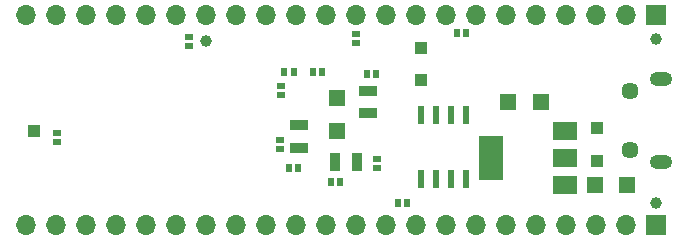
<source format=gbr>
G04 #@! TF.GenerationSoftware,KiCad,Pcbnew,5.0.2-bee76a0~70~ubuntu18.04.1*
G04 #@! TF.CreationDate,2019-01-15T20:31:34+13:00*
G04 #@! TF.ProjectId,pynano-1,70796e61-6e6f-42d3-912e-6b696361645f,rev?*
G04 #@! TF.SameCoordinates,Original*
G04 #@! TF.FileFunction,Soldermask,Bot*
G04 #@! TF.FilePolarity,Negative*
%FSLAX46Y46*%
G04 Gerber Fmt 4.6, Leading zero omitted, Abs format (unit mm)*
G04 Created by KiCad (PCBNEW 5.0.2-bee76a0~70~ubuntu18.04.1) date Tue 15 Jan 2019 08:31:34 PM NZDT*
%MOMM*%
%LPD*%
G01*
G04 APERTURE LIST*
%ADD10C,1.000000*%
%ADD11R,1.700000X1.700000*%
%ADD12O,1.700000X1.700000*%
%ADD13R,1.360000X1.400000*%
%ADD14R,1.400000X1.360000*%
%ADD15R,0.575000X0.650000*%
%ADD16R,0.650000X0.575000*%
%ADD17R,0.970000X1.500000*%
%ADD18R,1.500000X0.970000*%
%ADD19R,1.100000X1.100000*%
%ADD20C,1.450000*%
%ADD21O,1.900000X1.200000*%
%ADD22R,1.000000X1.000000*%
%ADD23R,2.000000X3.800000*%
%ADD24R,2.000000X1.500000*%
%ADD25R,0.600000X1.550000*%
G04 APERTURE END LIST*
D10*
G04 #@! TO.C,REF\002A\002A*
X152400000Y-54229000D03*
G04 #@! TD*
G04 #@! TO.C,REF\002A\002A*
X190500000Y-67945000D03*
G04 #@! TD*
G04 #@! TO.C,REF\002A\002A*
X190500000Y-54102000D03*
G04 #@! TD*
D11*
G04 #@! TO.C,J1*
X190500000Y-52070000D03*
D12*
X187960000Y-52070000D03*
X185420000Y-52070000D03*
X182880000Y-52070000D03*
X180340000Y-52070000D03*
X177800000Y-52070000D03*
X175260000Y-52070000D03*
X172720000Y-52070000D03*
X170180000Y-52070000D03*
X167640000Y-52070000D03*
X165100000Y-52070000D03*
X162560000Y-52070000D03*
X160020000Y-52070000D03*
X157480000Y-52070000D03*
X154940000Y-52070000D03*
X152400000Y-52070000D03*
X149860000Y-52070000D03*
X147320000Y-52070000D03*
X144780000Y-52070000D03*
X142240000Y-52070000D03*
X139700000Y-52070000D03*
X137160000Y-52070000D03*
G04 #@! TD*
G04 #@! TO.C,J3*
X137160000Y-69850000D03*
X139700000Y-69850000D03*
X142240000Y-69850000D03*
X144780000Y-69850000D03*
X147320000Y-69850000D03*
X149860000Y-69850000D03*
X152400000Y-69850000D03*
X154940000Y-69850000D03*
X157480000Y-69850000D03*
X160020000Y-69850000D03*
X162560000Y-69850000D03*
X165100000Y-69850000D03*
X167640000Y-69850000D03*
X170180000Y-69850000D03*
X172720000Y-69850000D03*
X175260000Y-69850000D03*
X177800000Y-69850000D03*
X180340000Y-69850000D03*
X182880000Y-69850000D03*
X185420000Y-69850000D03*
X187960000Y-69850000D03*
D11*
X190500000Y-69850000D03*
G04 #@! TD*
D13*
G04 #@! TO.C,C1*
X188019200Y-66471800D03*
X185259200Y-66471800D03*
G04 #@! TD*
G04 #@! TO.C,C2*
X177944000Y-59436000D03*
X180704000Y-59436000D03*
G04 #@! TD*
D14*
G04 #@! TO.C,C3*
X163449000Y-59072000D03*
X163449000Y-61832000D03*
G04 #@! TD*
D15*
G04 #@! TO.C,C6*
X158997500Y-56896000D03*
X159772500Y-56896000D03*
G04 #@! TD*
D16*
G04 #@! TO.C,C9*
X158750000Y-58807500D03*
X158750000Y-58032500D03*
G04 #@! TD*
D15*
G04 #@! TO.C,C11*
X160153500Y-65024000D03*
X159378500Y-65024000D03*
G04 #@! TD*
D16*
G04 #@! TO.C,C12*
X166878000Y-65030500D03*
X166878000Y-64255500D03*
G04 #@! TD*
D17*
G04 #@! TO.C,C13*
X163256000Y-64516000D03*
X165166000Y-64516000D03*
G04 #@! TD*
D15*
G04 #@! TO.C,C14*
X166757500Y-57023000D03*
X165982500Y-57023000D03*
G04 #@! TD*
D18*
G04 #@! TO.C,C15*
X166116000Y-58481000D03*
X166116000Y-60391000D03*
G04 #@! TD*
D16*
G04 #@! TO.C,C16*
X158623000Y-62604500D03*
X158623000Y-63379500D03*
G04 #@! TD*
D19*
G04 #@! TO.C,D1*
X185470800Y-64417400D03*
X185470800Y-61617400D03*
G04 #@! TD*
D18*
G04 #@! TO.C,FB1*
X160274000Y-61402000D03*
X160274000Y-63312000D03*
G04 #@! TD*
D20*
G04 #@! TO.C,J2*
X188224700Y-63460000D03*
X188224700Y-58460000D03*
D21*
X190924700Y-64460000D03*
X190924700Y-57460000D03*
G04 #@! TD*
D15*
G04 #@! TO.C,R1*
X162185500Y-56896000D03*
X161410500Y-56896000D03*
G04 #@! TD*
G04 #@! TO.C,R2*
X163709500Y-66167000D03*
X162934500Y-66167000D03*
G04 #@! TD*
D22*
G04 #@! TO.C,TP1*
X170561000Y-57531000D03*
G04 #@! TD*
G04 #@! TO.C,TP2*
X170561000Y-54864000D03*
G04 #@! TD*
D23*
G04 #@! TO.C,U1*
X176478800Y-64135000D03*
D24*
X182778800Y-64135000D03*
X182778800Y-66435000D03*
X182778800Y-61835000D03*
G04 #@! TD*
D25*
G04 #@! TO.C,U3*
X174371000Y-65946000D03*
X173101000Y-65946000D03*
X171831000Y-65946000D03*
X170561000Y-65946000D03*
X170561000Y-60546000D03*
X171831000Y-60546000D03*
X173101000Y-60546000D03*
X174371000Y-60546000D03*
G04 #@! TD*
D22*
G04 #@! TO.C,TP3*
X137795000Y-61849000D03*
G04 #@! TD*
D16*
G04 #@! TO.C,R3*
X139725400Y-62820700D03*
X139725400Y-62045700D03*
G04 #@! TD*
G04 #@! TO.C,R10*
X165023800Y-53638300D03*
X165023800Y-54413300D03*
G04 #@! TD*
G04 #@! TO.C,R12*
X150952200Y-53917700D03*
X150952200Y-54692700D03*
G04 #@! TD*
D15*
G04 #@! TO.C,R13*
X173602500Y-53594000D03*
X174377500Y-53594000D03*
G04 #@! TD*
G04 #@! TO.C,R14*
X169373700Y-67970400D03*
X168598700Y-67970400D03*
G04 #@! TD*
M02*

</source>
